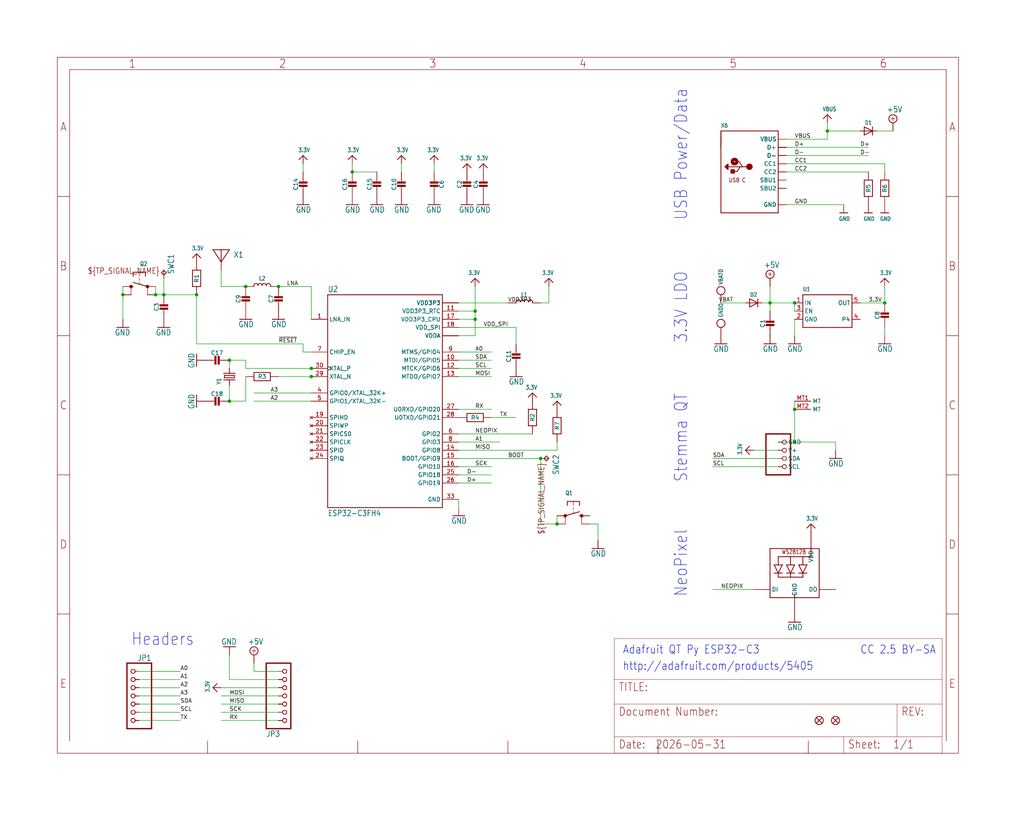
<source format=kicad_sch>
(kicad_sch (version 20231120) (generator "eeschema") (generator_version "8.0")
  (paper "User" 317.5 254.127)
  (lib_symbols
    (symbol "Adafruit QT Py ESP32-C3-eagle-import:+5V" (power)
      (symbol "+5V_1_0"
        (pin power_in line (at 0 -2.54 90) (length 2.54) (name "+5V") (number "1"))
      )
    )
    (symbol "Adafruit QT Py ESP32-C3-eagle-import:3.3V" (power)
      (symbol "3.3V_1_0"
        (pin power_in line (at 0 -2.54 90) (length 2.54) (name "3.3V") (number "1"))
      )
    )
    (symbol "Adafruit QT Py ESP32-C3-eagle-import:ANTENNA_JOHANSON_2450AT18B100"
      (property "Reference" "X" (at 3.81 1.27 0))
      (symbol "ANTENNA_JOHANSON_2450AT18B100_1_0"
        (pin passive line (at 0 -2.54 90) (length 2.54) (name "P$1") (number "FP"))
      )
    )
    (symbol "Adafruit QT Py ESP32-C3-eagle-import:CAP_CERAMIC0805-NOOUTLINE"
      (property "Reference" "C" (at -2.29 1.25 90))
      (symbol "CAP_CERAMIC0805-NOOUTLINE_1_0"
        (pin passive line (at 0 5.08 270) (length 2.54) (name "1") (number "1"))
        (pin passive line (at 0 -2.54 90) (length 2.54) (name "2") (number "2"))
      )
    )
    (symbol "Adafruit QT Py ESP32-C3-eagle-import:CAP_CERAMIC_0402NO"
      (property "Reference" "C" (at -2.29 1.25 90))
      (symbol "CAP_CERAMIC_0402NO_1_0"
        (pin passive line (at 0 5.08 270) (length 2.54) (name "1") (number "1"))
        (pin passive line (at 0 -2.54 90) (length 2.54) (name "2") (number "2"))
      )
    )
    (symbol "Adafruit QT Py ESP32-C3-eagle-import:CRYSTAL_2X1.6MM"
      (property "Reference" "Y" (at -2.54 2.54 0))
      (symbol "CRYSTAL_2X1.6MM_1_0"
        (pin passive line (at -2.54 0 0) (length 0) (name "1") (number "1"))
        (pin passive line (at 2.54 0 180) (length 0) (name "2") (number "3"))
      )
    )
    (symbol "Adafruit QT Py ESP32-C3-eagle-import:DIODE_SOD323MINI"
      (property "Reference" "D" (at 0 2.54 0))
      (symbol "DIODE_SOD323MINI_1_0"
        (pin passive line (at -2.54 0 0) (length 2.54) (name "A") (number "A"))
        (pin passive line (at 2.54 0 180) (length 2.54) (name "C") (number "C"))
      )
    )
    (symbol "Adafruit QT Py ESP32-C3-eagle-import:ESP32-C3FH4"
      (property "Reference" "U" (at -17.78 33.782 0))
      (symbol "ESP32-C3FH4_1_0"
        (pin bidirectional line (at -22.86 25.4 0) (length 5.08) (name "LNA_IN") (number "1"))
        (pin bidirectional line (at 22.86 12.7 180) (length 5.08) (name "MTDI/GPIO5") (number "10"))
        (pin power_in line (at 22.86 27.94 180) (length 5.08) (name "VDD3P3_RTC") (number "11"))
        (pin bidirectional line (at 22.86 10.16 180) (length 5.08) (name "MTCK/GPIO6") (number "12"))
        (pin bidirectional line (at 22.86 7.62 180) (length 5.08) (name "MTDO/GPIO7") (number "13"))
        (pin bidirectional line (at 22.86 -15.24 180) (length 5.08) (name "GPIO8") (number "14"))
        (pin bidirectional line (at 22.86 -17.78 180) (length 5.08) (name "BOOT/GPIO9") (number "15"))
        (pin bidirectional line (at 22.86 -20.32 180) (length 5.08) (name "GPIO10") (number "16"))
        (pin power_in line (at 22.86 25.4 180) (length 5.08) (name "VDD3P3_CPU") (number "17"))
        (pin power_in line (at 22.86 22.86 180) (length 5.08) (name "VDD_SPI") (number "18"))
        (pin no_connect line (at -22.86 -5.08 0) (length 5.08) (name "SPIHD") (number "19"))
        (pin power_in line (at 22.86 30.48 180) (length 5.08) (name "VDD3P3") (number "2"))
        (pin no_connect line (at -22.86 -7.62 0) (length 5.08) (name "SPIWP") (number "20"))
        (pin no_connect line (at -22.86 -10.16 0) (length 5.08) (name "SPICS0") (number "21"))
        (pin no_connect line (at -22.86 -12.7 0) (length 5.08) (name "SPICLK") (number "22"))
        (pin no_connect line (at -22.86 -15.24 0) (length 5.08) (name "SPID") (number "23"))
        (pin no_connect line (at -22.86 -17.78 0) (length 5.08) (name "SPIQ") (number "24"))
        (pin bidirectional line (at 22.86 -22.86 180) (length 5.08) (name "GPIO18") (number "25"))
        (pin bidirectional line (at 22.86 -25.4 180) (length 5.08) (name "GPIO19") (number "26"))
        (pin bidirectional line (at 22.86 -2.54 180) (length 5.08) (name "U0RXD/GPIO20") (number "27"))
        (pin bidirectional line (at 22.86 -5.08 180) (length 5.08) (name "U0TXD/GPIO21") (number "28"))
        (pin output line (at -22.86 7.62 0) (length 5.08) (name "XTAL_N") (number "29"))
        (pin power_in line (at 22.86 30.48 180) (length 5.08) (name "VDD3P3") (number "3"))
        (pin input clock (at -22.86 10.16 0) (length 5.08) (name "XTAL_P") (number "30"))
        (pin power_in line (at 22.86 20.32 180) (length 5.08) (name "VDDA") (number "31"))
        (pin power_in line (at 22.86 20.32 180) (length 5.08) (name "VDDA") (number "32"))
        (pin power_in line (at 22.86 -30.48 180) (length 5.08) (name "GND") (number "33"))
        (pin bidirectional line (at -22.86 2.54 0) (length 5.08) (name "GPIO0/XTAL_32K+") (number "4"))
        (pin bidirectional line (at -22.86 0 0) (length 5.08) (name "GPIO1/XTAL_32K-") (number "5"))
        (pin bidirectional line (at 22.86 -10.16 180) (length 5.08) (name "GPIO2") (number "6"))
        (pin input line (at -22.86 15.24 0) (length 5.08) (name "CHIP_EN") (number "7"))
        (pin bidirectional line (at 22.86 -12.7 180) (length 5.08) (name "GPIO3") (number "8"))
        (pin bidirectional line (at 22.86 15.24 180) (length 5.08) (name "MTMS/GPIO4") (number "9"))
      )
    )
    (symbol "Adafruit QT Py ESP32-C3-eagle-import:FIDUCIAL_1MM")
    (symbol "Adafruit QT Py ESP32-C3-eagle-import:FRAME_A_L"
      (symbol "FRAME_A_L_1_0"
        (text "1" (at 23.2833 213.995 0) (effects (font (size 2.54 2.286))))
        (text "2" (at 69.85 213.995 0) (effects (font (size 2.54 2.286))))
        (text "3" (at 116.4167 213.995 0) (effects (font (size 2.54 2.286))))
        (text "4" (at 162.9833 213.995 0) (effects (font (size 2.54 2.286))))
        (text "5" (at 209.55 213.995 0) (effects (font (size 2.54 2.286))))
        (text "6" (at 256.1167 213.995 0) (effects (font (size 2.54 2.286))))
        (text "A" (at 1.905 194.31 0) (effects (font (size 2.54 2.286))))
        (text "A" (at 277.495 194.31 0) (effects (font (size 2.54 2.286))))
        (text "B" (at 1.905 151.13 0) (effects (font (size 2.54 2.286))))
        (text "B" (at 277.495 151.13 0) (effects (font (size 2.54 2.286))))
        (text "C" (at 1.905 107.95 0) (effects (font (size 2.54 2.286))))
        (text "C" (at 277.495 107.95 0) (effects (font (size 2.54 2.286))))
        (text "D" (at 1.905 64.77 0) (effects (font (size 2.54 2.286))))
        (text "D" (at 277.495 64.77 0) (effects (font (size 2.54 2.286))))
        (text "E" (at 1.905 21.59 0) (effects (font (size 2.54 2.286))))
        (text "E" (at 277.495 21.59 0) (effects (font (size 2.54 2.286))))
      )
      (symbol "FRAME_A_L_2_0"
        (text "${#}/${##}" (at 86.36 1.27 0) (effects (font (size 2.54 2.159)) (justify left bottom)))
        (text "${CURRENT_DATE}" (at 12.7 1.27 0) (effects (font (size 2.54 2.159)) (justify left bottom)))
        (text "${PROJECTNAME}" (at 17.78 19.05 0) (effects (font (size 2.54 2.159)) (justify left bottom)))
        (text "Date:" (at 1.27 1.27 0) (effects (font (size 2.54 2.159)) (justify left bottom)))
        (text "Document Number:" (at 1.27 11.43 0) (effects (font (size 2.54 2.159)) (justify left bottom)))
        (text "REV:" (at 88.9 11.43 0) (effects (font (size 2.54 2.159)) (justify left bottom)))
        (text "Sheet:" (at 72.39 1.27 0) (effects (font (size 2.54 2.159)) (justify left bottom)))
        (text "TITLE:" (at 1.27 19.05 0) (effects (font (size 2.54 2.159)) (justify left bottom)))
      )
    )
    (symbol "Adafruit QT Py ESP32-C3-eagle-import:GND" (power)
      (symbol "GND_1_0"
        (pin power_in line (at 0 2.54 270) (length 2.54) (name "GND") (number "1"))
      )
    )
    (symbol "Adafruit QT Py ESP32-C3-eagle-import:HEADER-1X7_CASTEL"
      (property "Reference" "JP" (at -6.35 10.795 0))
      (symbol "HEADER-1X7_CASTEL_1_0"
        (pin passive inverted (at -2.54 7.62 0) (length 2.54) (name "1") (number "1"))
        (pin passive inverted (at -2.54 7.62 0) (length 2.54) (name "1") (number "1C"))
        (pin passive inverted (at -2.54 5.08 0) (length 2.54) (name "2") (number "2"))
        (pin passive inverted (at -2.54 5.08 0) (length 2.54) (name "2") (number "2C"))
        (pin passive inverted (at -2.54 2.54 0) (length 2.54) (name "3") (number "3"))
        (pin passive inverted (at -2.54 2.54 0) (length 2.54) (name "3") (number "3C"))
        (pin passive inverted (at -2.54 0 0) (length 2.54) (name "4") (number "4"))
        (pin passive inverted (at -2.54 0 0) (length 2.54) (name "4") (number "4C"))
        (pin passive inverted (at -2.54 -2.54 0) (length 2.54) (name "5") (number "5"))
        (pin passive inverted (at -2.54 -2.54 0) (length 2.54) (name "5") (number "5C"))
        (pin passive inverted (at -2.54 -5.08 0) (length 2.54) (name "6") (number "6"))
        (pin passive inverted (at -2.54 -5.08 0) (length 2.54) (name "6") (number "6C"))
        (pin passive inverted (at -2.54 -7.62 0) (length 2.54) (name "7") (number "7"))
        (pin passive inverted (at -2.54 -7.62 0) (length 2.54) (name "7") (number "7C"))
      )
    )
    (symbol "Adafruit QT Py ESP32-C3-eagle-import:INDUCTOR_0402"
      (property "Reference" "L" (at 0 2.54 0))
      (symbol "INDUCTOR_0402_1_0"
        (pin passive line (at -5.08 0 0) (length 2.54) (name "1") (number "1"))
        (pin passive line (at 5.08 0 180) (length 2.54) (name "2") (number "2"))
      )
    )
    (symbol "Adafruit QT Py ESP32-C3-eagle-import:RESISTOR_0402NO"
      (property "Reference" "R" (at 0 2.54 0))
      (symbol "RESISTOR_0402NO_1_0"
        (pin passive line (at -5.08 0 0) (length 2.54) (name "1") (number "1"))
        (pin passive line (at 5.08 0 180) (length 2.54) (name "2") (number "2"))
      )
    )
    (symbol "Adafruit QT Py ESP32-C3-eagle-import:RESISTOR_TWO6MIL"
      (property "Reference" "R" (at 0 2.54 0))
      (symbol "RESISTOR_TWO6MIL_1_0"
        (pin passive line (at -5.08 0 0) (length 2.54) (name "1") (number "1"))
        (pin passive line (at 5.08 0 180) (length 2.54) (name "2") (number "2"))
      )
    )
    (symbol "Adafruit QT Py ESP32-C3-eagle-import:STEMMA_I2C_QTSKINNY"
      (symbol "STEMMA_I2C_QTSKINNY_1_0"
        (pin passive inverted (at 0 5.08 0) (length 2.54) (name "GND") (number "1"))
        (pin passive inverted (at 0 2.54 0) (length 2.54) (name "V+") (number "2"))
        (pin passive inverted (at 0 0 0) (length 2.54) (name "SDA") (number "3"))
        (pin passive inverted (at 0 -2.54 0) (length 2.54) (name "SCL") (number "4"))
      )
      (symbol "STEMMA_I2C_QTSKINNY_2_0"
        (pin bidirectional line (at 0 0 0) (length 5.08) (name "MT") (number "MT1"))
      )
      (symbol "STEMMA_I2C_QTSKINNY_3_0"
        (pin bidirectional line (at 0 0 0) (length 5.08) (name "MT") (number "MT2"))
      )
    )
    (symbol "Adafruit QT Py ESP32-C3-eagle-import:SWITCH_TACT_SMT4.6X2.8"
      (property "Reference" "SW" (at -2.54 6.35 0))
      (symbol "SWITCH_TACT_SMT4.6X2.8_1_0"
        (pin passive line (at -5.08 0 0) (length 2.54) (name "P") (number "A"))
        (pin passive line (at -5.08 -2.54 0) (length 2.54) (name "P1") (number "A'"))
        (pin passive line (at 5.08 0 180) (length 2.54) (name "S") (number "B"))
        (pin passive line (at 5.08 -2.54 180) (length 2.54) (name "S1") (number "B'"))
      )
    )
    (symbol "Adafruit QT Py ESP32-C3-eagle-import:SWITCH_TACT_SMT_KMR2SLIM"
      (property "Reference" "SW" (at -2.54 6.35 0))
      (symbol "SWITCH_TACT_SMT_KMR2SLIM_1_0"
        (pin passive line (at -5.08 0 0) (length 2.54) (name "P") (number "A"))
        (pin passive line (at -5.08 -2.54 0) (length 2.54) (name "P1") (number "A'"))
        (pin passive line (at 5.08 0 180) (length 2.54) (name "S") (number "B"))
        (pin passive line (at 5.08 -2.54 180) (length 2.54) (name "S1") (number "B'"))
      )
    )
    (symbol "Adafruit QT Py ESP32-C3-eagle-import:TESTPOINT_MINUS"
      (property "Reference" "TP" (at 0 5.588 90))
      (symbol "TESTPOINT_MINUS_1_0"
        (pin bidirectional line (at 0 0 90) (length 2.54) (name "P$1") (number "P$1"))
      )
    )
    (symbol "Adafruit QT Py ESP32-C3-eagle-import:TESTPOINT_PLUS13"
      (property "Reference" "TP" (at 0 5.588 90))
      (symbol "TESTPOINT_PLUS13_1_0"
        (pin bidirectional line (at 0 0 90) (length 2.54) (name "P$1") (number "P$1"))
      )
    )
    (symbol "Adafruit QT Py ESP32-C3-eagle-import:TPB1,27"
      (property "Reference" "TP" (at -1.27 1.27 0))
      (symbol "TPB1,27_1_0"
        (text "${TP_SIGNAL_NAME}" (at 1.27 -1.27 0) (effects (font (size 1.778 1.5113)) (justify left bottom)))
        (pin input line (at 0 -2.54 90) (length 2.54) (name "TP") (number "TP"))
      )
    )
    (symbol "Adafruit QT Py ESP32-C3-eagle-import:USB_C"
      (property "Reference" "X" (at -10.16 13.716 0))
      (symbol "USB_C_1_0"
        (text "USB C" (at -5.08 -2.54 0) (effects (font (size 1.27 1.0795))))
        (pin power_in line (at 10.16 -10.16 180) (length 2.54) (name "GND") (number "A1B12"))
        (pin power_in line (at 10.16 10.16 180) (length 2.54) (name "VBUS") (number "A4B9"))
        (pin bidirectional line (at 10.16 2.54 180) (length 2.54) (name "CC1") (number "A5"))
        (pin bidirectional line (at 10.16 7.62 180) (length 2.54) (name "D+") (number "A6"))
        (pin bidirectional line (at 10.16 5.08 180) (length 2.54) (name "D-") (number "A7"))
        (pin bidirectional line (at 10.16 -2.54 180) (length 2.54) (name "SBU1") (number "A8"))
        (pin power_in line (at 10.16 -10.16 180) (length 2.54) (name "GND") (number "B1A12"))
        (pin power_in line (at 10.16 10.16 180) (length 2.54) (name "VBUS") (number "B4A9"))
        (pin bidirectional line (at 10.16 0 180) (length 2.54) (name "CC2") (number "B5"))
        (pin bidirectional line (at 10.16 7.62 180) (length 2.54) (name "D+") (number "B6"))
        (pin bidirectional line (at 10.16 5.08 180) (length 2.54) (name "D-") (number "B7"))
        (pin bidirectional line (at 10.16 -5.08 180) (length 2.54) (name "SBU2") (number "B8"))
      )
    )
    (symbol "Adafruit QT Py ESP32-C3-eagle-import:VBUS" (power)
      (symbol "VBUS_1_0"
        (pin power_in line (at 0 -2.54 90) (length 2.54) (name "VBUS") (number "1"))
      )
    )
    (symbol "Adafruit QT Py ESP32-C3-eagle-import:VREG_SOT23-5"
      (property "Reference" "U" (at -7.62 6.096 0))
      (symbol "VREG_SOT23-5_1_0"
        (pin power_in line (at -10.16 2.54 0) (length 2.54) (name "IN") (number "1"))
        (pin power_in line (at -10.16 -2.54 0) (length 2.54) (name "GND") (number "2"))
        (pin input line (at -10.16 0 0) (length 2.54) (name "EN") (number "3"))
        (pin bidirectional line (at 10.16 -2.54 180) (length 2.54) (name "P4") (number "4"))
        (pin power_in line (at 10.16 2.54 180) (length 2.54) (name "OUT") (number "5"))
      )
    )
    (symbol "Adafruit QT Py ESP32-C3-eagle-import:WS2812B_SK6805_1515"
      (symbol "WS2812B_SK6805_1515_1_0"
        (text "WS2812B" (at -4.064 8.382 0) (effects (font (size 1.27 1.0795)) (justify left bottom)))
        (pin input line (at -12.7 -2.54 0) (length 5.08) (name "DI") (number "1"))
        (pin power_in line (at 5.08 15.24 270) (length 5.08) (name "VDD") (number "2"))
        (pin output line (at 12.7 -2.54 180) (length 5.08) (name "DO") (number "3"))
        (pin power_in line (at 0 -10.16 90) (length 5.08) (name "GND") (number "4"))
      )
    )
    (symbol "Adafruit QT Py ESP32-C3-eagle-import:microbuilder_GND" (power)
      (symbol "microbuilder_GND_1_0"
        (pin power_in line (at 0 2.54 270) (length 2.54) (name "GND") (number "1"))
      )
    )
  )
  (junction (at 76.2 88.9))
  (junction (at 38.1 91.44))
  (junction (at 256.54 40.64))
  (junction (at 86.36 88.9))
  (junction (at 50.8 91.44))
  (junction (at 172.72 162.56))
  (junction (at 246.38 137.16))
  (junction (at 96.52 114.3))
  (junction (at 60.96 91.44))
  (junction (at 48.26 91.44))
  (junction (at 246.38 127))
  (junction (at 147.32 99.06))
  (junction (at 109.22 53.34))
  (junction (at 96.52 116.84))
  (junction (at 167.64 142.24))
  (junction (at 238.76 93.98))
  (junction (at 71.12 124.46))
  (junction (at 274.32 93.98))
  (junction (at 147.32 96.52))
  (junction (at 71.12 111.76))
  (junction (at 246.38 93.98))
  (wire (pts (xy 78.74 124.46) (xy 96.52 124.46)) (stroke (width 0.1524)))
  (wire (pts (xy 142.24 154.94) (xy 142.24 157.48)) (stroke (width 0.1524)))
  (wire (pts (xy 274.32 50.8) (xy 274.32 53.34)) (stroke (width 0.1524)))
  (wire (pts (xy 152.4 129.54) (xy 160.02 129.54)) (stroke (width 0.1524)))
  (wire (pts (xy 236.22 93.98) (xy 238.76 93.98)) (stroke (width 0.1524)))
  (wire (pts (xy 96.52 88.9) (xy 96.52 99.06)) (stroke (width 0.1524)))
  (wire (pts (xy 142.24 134.62) (xy 165.1 134.62)) (stroke (width 0.1524)))
  (wire (pts (xy 93.98 53.34) (xy 93.98 50.8)) (stroke (width 0.1524)))
  (wire (pts (xy 43.18 210.82) (xy 55.88 210.82)) (stroke (width 0.1524)))
  (wire (pts (xy 109.22 53.34) (xy 116.84 53.34)) (stroke (width 0.1524)))
  (wire (pts (xy 96.52 116.84) (xy 99.06 116.84)) (stroke (width 0.1524)))
  (wire (pts (xy 241.3 142.24) (xy 220.98 142.24)) (stroke (width 0.1524)))
  (wire (pts (xy 243.84 50.8) (xy 274.32 50.8)) (stroke (width 0.1524)))
  (wire (pts (xy 124.46 50.8) (xy 124.46 53.34)) (stroke (width 0.1524)))
  (wire (pts (xy 274.32 88.9) (xy 274.32 93.98)) (stroke (width 0.1524)))
  (wire (pts (xy 60.96 106.68) (xy 60.96 91.44)) (stroke (width 0.1524)))
  (wire (pts (xy 86.36 88.9) (xy 96.52 88.9)) (stroke (width 0.1524)))
  (wire (pts (xy 38.1 99.06) (xy 38.1 91.44)) (stroke (width 0.1524)))
  (wire (pts (xy 142.24 137.16) (xy 154.94 137.16)) (stroke (width 0.1524)))
  (wire (pts (xy 243.84 45.72) (xy 269.24 45.72)) (stroke (width 0.1524)))
  (wire (pts (xy 167.64 162.56) (xy 167.64 142.24)) (stroke (width 0.1524)))
  (wire (pts (xy 256.54 38.1) (xy 256.54 40.64)) (stroke (width 0.1524)))
  (wire (pts (xy 96.52 116.84) (xy 86.36 116.84)) (stroke (width 0.1524)))
  (wire (pts (xy 167.64 93.98) (xy 170.18 93.98)) (stroke (width 0.1524)))
  (wire (pts (xy 142.24 149.86) (xy 152.4 149.86)) (stroke (width 0.1524)))
  (wire (pts (xy 93.98 109.22) (xy 96.52 109.22)) (stroke (width 0.1524)))
  (wire (pts (xy 243.84 48.26) (xy 269.24 48.26)) (stroke (width 0.1524)))
  (wire (pts (xy 170.18 93.98) (xy 170.18 88.9)) (stroke (width 0.1524)))
  (wire (pts (xy 93.98 106.68) (xy 93.98 109.22)) (stroke (width 0.1524)))
  (wire (pts (xy 241.3 139.7) (xy 233.68 139.7)) (stroke (width 0.1524)))
  (wire (pts (xy 55.88 213.36) (xy 43.18 213.36)) (stroke (width 0.1524)))
  (wire (pts (xy 185.42 167.64) (xy 185.42 162.56)) (stroke (width 0.1524)))
  (wire (pts (xy 142.24 101.6) (xy 160.02 101.6)) (stroke (width 0.1524)))
  (wire (pts (xy 78.74 208.28) (xy 78.74 205.74)) (stroke (width 0.1524)))
  (wire (pts (xy 172.72 162.56) (xy 167.64 162.56)) (stroke (width 0.1524)))
  (wire (pts (xy 147.32 99.06) (xy 147.32 96.52)) (stroke (width 0.1524)))
  (wire (pts (xy 50.8 91.44) (xy 60.96 91.44)) (stroke (width 0.1524)))
  (wire (pts (xy 142.24 96.52) (xy 147.32 96.52)) (stroke (width 0.1524)))
  (wire (pts (xy 142.24 99.06) (xy 147.32 99.06)) (stroke (width 0.1524)))
  (wire (pts (xy 238.76 93.98) (xy 246.38 93.98)) (stroke (width 0.1524)))
  (wire (pts (xy 50.8 86.36) (xy 50.8 91.44)) (stroke (width 0.1524)))
  (wire (pts (xy 71.12 111.76) (xy 71.12 114.3)) (stroke (width 0.1524)))
  (wire (pts (xy 76.2 124.46) (xy 71.12 124.46)) (stroke (width 0.1524)))
  (wire (pts (xy 43.18 220.98) (xy 55.88 220.98)) (stroke (width 0.1524)))
  (wire (pts (xy 96.52 114.3) (xy 99.06 114.3)) (stroke (width 0.1524)))
  (wire (pts (xy 142.24 147.32) (xy 152.4 147.32)) (stroke (width 0.1524)))
  (wire (pts (xy 71.12 210.82) (xy 71.12 203.2)) (stroke (width 0.1524)))
  (wire (pts (xy 93.98 106.68) (xy 60.96 106.68)) (stroke (width 0.1524)))
  (wire (pts (xy 76.2 114.3) (xy 96.52 114.3)) (stroke (width 0.1524)))
  (wire (pts (xy 241.3 137.16) (xy 246.38 137.16)) (stroke (width 0.1524)))
  (wire (pts (xy 48.26 91.44) (xy 48.26 88.9)) (stroke (width 0.1524)))
  (wire (pts (xy 147.32 96.52) (xy 147.32 88.9)) (stroke (width 0.1524)))
  (wire (pts (xy 274.32 104.14) (xy 274.32 101.6)) (stroke (width 0.1524)))
  (wire (pts (xy 43.18 223.52) (xy 55.88 223.52)) (stroke (width 0.1524)))
  (wire (pts (xy 76.2 111.76) (xy 71.12 111.76)) (stroke (width 0.1524)))
  (wire (pts (xy 134.62 53.34) (xy 134.62 50.8)) (stroke (width 0.1524)))
  (wire (pts (xy 246.38 127) (xy 246.38 137.16)) (stroke (width 0.1524)))
  (wire (pts (xy 55.88 218.44) (xy 43.18 218.44)) (stroke (width 0.1524)))
  (wire (pts (xy 76.2 114.3) (xy 76.2 111.76)) (stroke (width 0.1524)))
  (wire (pts (xy 223.52 93.98) (xy 231.14 93.98)) (stroke (width 0.1524)))
  (wire (pts (xy 256.54 40.64) (xy 266.7 40.64)) (stroke (width 0.1524)))
  (wire (pts (xy 96.52 121.92) (xy 78.74 121.92)) (stroke (width 0.1524)))
  (wire (pts (xy 86.36 218.44) (xy 68.58 218.44)) (stroke (width 0.1524)))
  (wire (pts (xy 142.24 142.24) (xy 167.64 142.24)) (stroke (width 0.1524)))
  (wire (pts (xy 271.78 40.64) (xy 276.86 40.64)) (stroke (width 0.1524)))
  (wire (pts (xy 86.36 220.98) (xy 68.58 220.98)) (stroke (width 0.1524)))
  (wire (pts (xy 246.38 124.46) (xy 246.38 127)) (stroke (width 0.1524)))
  (wire (pts (xy 142.24 144.78) (xy 152.4 144.78)) (stroke (width 0.1524)))
  (wire (pts (xy 38.1 88.9) (xy 38.1 91.44)) (stroke (width 0.1524)))
  (wire (pts (xy 246.38 96.52) (xy 246.38 93.98)) (stroke (width 0.1524)))
  (wire (pts (xy 233.68 182.88) (xy 220.98 182.88)) (stroke (width 0.1524)))
  (wire (pts (xy 259.08 137.16) (xy 259.08 139.7)) (stroke (width 0.1524)))
  (wire (pts (xy 86.36 215.9) (xy 68.58 215.9)) (stroke (width 0.1524)))
  (wire (pts (xy 261.62 63.5) (xy 243.84 63.5)) (stroke (width 0.1524)))
  (wire (pts (xy 246.38 137.16) (xy 259.08 137.16)) (stroke (width 0.1524)))
  (wire (pts (xy 256.54 43.18) (xy 243.84 43.18)) (stroke (width 0.1524)))
  (wire (pts (xy 160.02 101.6) (xy 160.02 106.68)) (stroke (width 0.1524)))
  (wire (pts (xy 256.54 40.64) (xy 256.54 43.18)) (stroke (width 0.1524)))
  (wire (pts (xy 266.7 93.98) (xy 274.32 93.98)) (stroke (width 0.1524)))
  (wire (pts (xy 246.38 99.06) (xy 246.38 104.14)) (stroke (width 0.1524)))
  (wire (pts (xy 43.18 215.9) (xy 55.88 215.9)) (stroke (width 0.1524)))
  (wire (pts (xy 109.22 50.8) (xy 109.22 53.34)) (stroke (width 0.1524)))
  (wire (pts (xy 142.24 116.84) (xy 152.4 116.84)) (stroke (width 0.1524)))
  (wire (pts (xy 71.12 119.38) (xy 71.12 124.46)) (stroke (width 0.1524)))
  (wire (pts (xy 238.76 96.52) (xy 238.76 93.98)) (stroke (width 0.1524)))
  (wire (pts (xy 68.58 88.9) (xy 68.58 83.82)) (stroke (width 0.1524)))
  (wire (pts (xy 147.32 104.14) (xy 147.32 99.06)) (stroke (width 0.1524)))
  (wire (pts (xy 55.88 208.28) (xy 43.18 208.28)) (stroke (width 0.1524)))
  (wire (pts (xy 238.76 88.9) (xy 238.76 93.98)) (stroke (width 0.1524)))
  (wire (pts (xy 182.88 162.56) (xy 185.42 162.56)) (stroke (width 0.1524)))
  (wire (pts (xy 76.2 88.9) (xy 68.58 88.9)) (stroke (width 0.1524)))
  (wire (pts (xy 86.36 208.28) (xy 78.74 208.28)) (stroke (width 0.1524)))
  (wire (pts (xy 76.2 116.84) (xy 76.2 124.46)) (stroke (width 0.1524)))
  (wire (pts (xy 48.26 91.44) (xy 50.8 91.44)) (stroke (width 0.1524)))
  (wire (pts (xy 142.24 127) (xy 152.4 127)) (stroke (width 0.1524)))
  (wire (pts (xy 86.36 210.82) (xy 71.12 210.82)) (stroke (width 0.1524)))
  (wire (pts (xy 241.3 144.78) (xy 220.98 144.78)) (stroke (width 0.1524)))
  (wire (pts (xy 157.48 93.98) (xy 142.24 93.98)) (stroke (width 0.1524)))
  (wire (pts (xy 142.24 111.76) (xy 152.4 111.76)) (stroke (width 0.1524)))
  (wire (pts (xy 142.24 109.22) (xy 152.4 109.22)) (stroke (width 0.1524)))
  (wire (pts (xy 142.24 139.7) (xy 172.72 139.7)) (stroke (width 0.1524)))
  (wire (pts (xy 172.72 160.02) (xy 172.72 162.56)) (stroke (width 0.1524)))
  (wire (pts (xy 86.36 213.36) (xy 68.58 213.36)) (stroke (width 0.1524)))
  (wire (pts (xy 142.24 104.14) (xy 147.32 104.14)) (stroke (width 0.1524)))
  (wire (pts (xy 86.36 223.52) (xy 68.58 223.52)) (stroke (width 0.1524)))
  (wire (pts (xy 243.84 53.34) (xy 269.24 53.34)) (stroke (width 0.1524)))
  (wire (pts (xy 172.72 139.7) (xy 172.72 137.16)) (stroke (width 0.1524)))
  (wire (pts (xy 142.24 114.3) (xy 152.4 114.3)) (stroke (width 0.1524)))
  (text "USB Power/Data" (at 213.36 68.58 90) (effects (font (size 3.81 3.2385)) (justify left bottom)))
  (text "http://adafruit.com/products/5405" (at 193.04 208.28 0) (effects (font (size 2.54 2.159)) (justify left bottom)))
  (text "NeoPixel" (at 213.36 185.42 90) (effects (font (size 3.81 3.2385)) (justify left bottom)))
  (text "Headers" (at 40.64 200.66 0) (effects (font (size 3.81 3.2385)) (justify left bottom)))
  (text "Stemma QT" (at 213.36 149.86 90) (effects (font (size 3.81 3.2385)) (justify left bottom)))
  (text "3.3V LDO" (at 213.36 106.68 90) (effects (font (size 3.81 3.2385)) (justify left bottom)))
  (text "Adafruit QT Py ESP32-C3" (at 193.04 203.2 0) (effects (font (size 2.54 2.159)) (justify left bottom)))
  (text "CC 2.5 BY-SA" (at 266.7 203.2 0) (effects (font (size 2.54 2.159)) (justify left bottom)))
  (label "VBUS" (at 246.38 43.18 0) (effects (font (size 1.2446 1.2446))))
  (label "SCK" (at 71.12 220.98 0) (effects (font (size 1.2446 1.2446))))
  (label "A0" (at 55.88 208.28 0) (effects (font (size 1.2446 1.2446))))
  (label "SCK" (at 147.32 144.78 0) (effects (font (size 1.2446 1.2446))))
  (label "MOSI" (at 71.12 215.9 0) (effects (font (size 1.2446 1.2446))))
  (label "MISO" (at 147.32 139.7 0) (effects (font (size 1.2446 1.2446))))
  (label "VDD_SPI" (at 149.86 101.6 0) (effects (font (size 1.2446 1.2446))))
  (label "A2" (at 83.82 124.46 0) (effects (font (size 1.2446 1.2446))))
  (label "LNA" (at 88.9 88.9 0) (effects (font (size 1.2446 1.2446))))
  (label "RX" (at 147.32 127 0) (effects (font (size 1.2446 1.2446))))
  (label "A2" (at 55.88 213.36 0) (effects (font (size 1.2446 1.2446))))
  (label "CC2" (at 246.38 53.34 0) (effects (font (size 1.2446 1.2446))))
  (label "A3" (at 83.82 121.92 0) (effects (font (size 1.2446 1.2446))))
  (label "RX" (at 71.12 223.52 0) (effects (font (size 1.2446 1.2446))))
  (label "SCL" (at 220.98 144.78 0) (effects (font (size 1.2446 1.2446))))
  (label "A3" (at 55.88 215.9 0) (effects (font (size 1.2446 1.2446))))
  (label "VDD3P3" (at 157.48 93.98 0) (effects (font (size 1.2446 1.2446))))
  (label "SCL" (at 147.32 114.3 0) (effects (font (size 1.2446 1.2446))))
  (label "TX" (at 55.88 223.52 0) (effects (font (size 1.2446 1.2446))))
  (label "3.3V" (at 269.24 93.98 0) (effects (font (size 1.2446 1.2446))))
  (label "D+" (at 246.38 45.72 0) (effects (font (size 1.2446 1.2446))))
  (label "A1" (at 55.88 210.82 0) (effects (font (size 1.2446 1.2446))))
  (label "D-" (at 266.7 48.26 0) (effects (font (size 1.2446 1.2446))))
  (label "MISO" (at 71.12 218.44 0) (effects (font (size 1.2446 1.2446))))
  (label "GND" (at 246.38 63.5 0) (effects (font (size 1.2446 1.2446))))
  (label "TX" (at 154.94 129.54 0) (effects (font (size 1.2446 1.2446))))
  (label "VBAT" (at 227.33 93.98 180) (effects (font (size 1.2446 1.2446))))
  (label "D+" (at 144.78 149.86 0) (effects (font (size 1.2446 1.2446))))
  (label "D+" (at 266.7 45.72 0) (effects (font (size 1.2446 1.2446))))
  (label "D-" (at 144.78 147.32 0) (effects (font (size 1.2446 1.2446))))
  (label "MOSI" (at 147.32 116.84 0) (effects (font (size 1.2446 1.2446))))
  (label "CC1" (at 246.38 50.8 0) (effects (font (size 1.2446 1.2446))))
  (label "SDA" (at 147.32 111.76 0) (effects (font (size 1.2446 1.2446))))
  (label "D-" (at 246.38 48.26 0) (effects (font (size 1.2446 1.2446))))
  (label "~{RESET}" (at 86.36 106.68 0) (effects (font (size 1.2446 1.2446))))
  (label "SDA" (at 55.88 218.44 0) (effects (font (size 1.2446 1.2446))))
  (label "NEOPIX" (at 147.32 134.62 0) (effects (font (size 1.2446 1.2446))))
  (label "BOOT" (at 157.48 142.24 0) (effects (font (size 1.2446 1.2446))))
  (label "A0" (at 147.32 109.22 0) (effects (font (size 1.2446 1.2446))))
  (label "SCL" (at 55.88 220.98 0) (effects (font (size 1.2446 1.2446))))
  (label "NEOPIX" (at 223.52 182.88 0) (effects (font (size 1.2446 1.2446))))
  (label "A1" (at 147.32 137.16 0) (effects (font (size 1.2446 1.2446))))
  (label "SDA" (at 220.98 142.24 0) (effects (font (size 1.2446 1.2446))))
  (symbol (lib_id "Adafruit QT Py ESP32-C3-eagle-import:GND") (at 93.98 63.5 0) (mirror y) (unit 1)
    (property "Reference" "#GND22" (effects (hide yes)))
    (property "Value" "GND" (at 96.52 66.04 0) (effects (font (size 1.778 1.5113)) (justify left bottom)))
  )
  (symbol (lib_id "Adafruit QT Py ESP32-C3-eagle-import:GND") (at 60.96 124.46 270) (mirror x) (unit 1)
    (property "Reference" "#GND25" (effects (hide yes)))
    (property "Value" "GND" (at 58.42 127 0) (effects (font (size 1.778 1.5113)) (justify left bottom)))
  )
  (symbol (lib_id "Adafruit QT Py ESP32-C3-eagle-import:3.3V") (at 251.46 162.56 0) (unit 1)
    (property "Reference" "#U$13" (effects (hide yes)))
    (property "Value" "3.3V" (at 249.936 161.544 0) (effects (font (size 1.27 1.0795)) (justify left bottom)))
  )
  (symbol (lib_id "Adafruit QT Py ESP32-C3-eagle-import:CAP_CERAMIC0805-NOOUTLINE") (at 274.32 99.06 0) (unit 1)
    (property "Reference" "C8" (at 272.03 97.81 90))
    (property "Value" "CAP_CERAMIC0805-NOOUTLINE" (effects (hide yes)))
    (property "Footprint" "Adafruit QT Py ESP32-C3:0805-NO" (effects (hide yes)))
  )
  (symbol (lib_id "Adafruit QT Py ESP32-C3-eagle-import:FRAME_A_L") (at 17.78 233.68 0) (unit 1)
    (property "Reference" "#FRAME1" (effects (hide yes)))
    (property "Value" "FRAME_A_L" (effects (hide yes)))
  )
  (symbol (lib_id "Adafruit QT Py ESP32-C3-eagle-import:GND") (at 60.96 111.76 270) (mirror x) (unit 1)
    (property "Reference" "#GND26" (effects (hide yes)))
    (property "Value" "GND" (at 58.42 114.3 0) (effects (font (size 1.778 1.5113)) (justify left bottom)))
  )
  (symbol (lib_id "Adafruit QT Py ESP32-C3-eagle-import:VREG_SOT23-5") (at 256.54 96.52 0) (unit 1)
    (property "Reference" "U1" (at 248.92 90.424 0) (effects (font (size 1.27 1.0795)) (justify left bottom)))
    (property "Value" "VREG_SOT23-5" (effects (hide yes)))
    (property "Footprint" "Adafruit QT Py ESP32-C3:SOT23-5" (effects (hide yes)))
  )
  (symbol (lib_id "Adafruit QT Py ESP32-C3-eagle-import:3.3V") (at 172.72 124.46 0) (mirror y) (unit 1)
    (property "Reference" "#U$22" (effects (hide yes)))
    (property "Value" "3.3V" (at 174.244 123.444 0) (effects (font (size 1.27 1.0795)) (justify left bottom)))
  )
  (symbol (lib_id "Adafruit QT Py ESP32-C3-eagle-import:3.3V") (at 66.04 213.36 90) (unit 1)
    (property "Reference" "#U$10" (effects (hide yes)))
    (property "Value" "3.3V" (at 65.024 214.884 0) (effects (font (size 1.27 1.0795)) (justify left bottom)))
  )
  (symbol (lib_id "Adafruit QT Py ESP32-C3-eagle-import:RESISTOR_0402NO") (at 274.32 58.42 90) (unit 1)
    (property "Reference" "R6" (at 274.32 58.42 0))
    (property "Value" "RESISTOR_0402NO" (effects (hide yes)))
    (property "Footprint" "Adafruit QT Py ESP32-C3:_0402NO" (effects (hide yes)))
  )
  (symbol (lib_id "Adafruit QT Py ESP32-C3-eagle-import:GND") (at 116.84 63.5 0) (mirror y) (unit 1)
    (property "Reference" "#GND24" (effects (hide yes)))
    (property "Value" "GND" (at 119.38 66.04 0) (effects (font (size 1.778 1.5113)) (justify left bottom)))
  )
  (symbol (lib_id "Adafruit QT Py ESP32-C3-eagle-import:CAP_CERAMIC_0402NO") (at 66.04 111.76 270) (unit 1)
    (property "Reference" "C17" (at 67.29 109.47 90))
    (property "Value" "CAP_CERAMIC_0402NO" (effects (hide yes)))
    (property "Footprint" "Adafruit QT Py ESP32-C3:_0402NO" (effects (hide yes)))
  )
  (symbol (lib_id "Adafruit QT Py ESP32-C3-eagle-import:INDUCTOR_0402") (at 162.56 93.98 0) (mirror y) (unit 1)
    (property "Reference" "L1" (at 162.56 91.44 0) (effects (font (size 1.27 1.0795))))
    (property "Value" "INDUCTOR_0402" (effects (hide yes)))
    (property "Footprint" "Adafruit QT Py ESP32-C3:_0402" (effects (hide yes)))
  )
  (symbol (lib_id "Adafruit QT Py ESP32-C3-eagle-import:SWITCH_TACT_SMT4.6X2.8") (at 177.8 160.02 0) (unit 1)
    (property "Reference" "Q1" (at 175.26 153.67 0) (effects (font (size 1.27 1.0795)) (justify left bottom)))
    (property "Value" "SWITCH_TACT_SMT4.6X2.8" (effects (hide yes)))
    (property "Footprint" "Adafruit QT Py ESP32-C3:BTN_KMR2_4.6X2.8" (effects (hide yes)))
  )
  (symbol (lib_id "Adafruit QT Py ESP32-C3-eagle-import:GND") (at 149.86 63.5 0) (unit 1)
    (property "Reference" "#GND11" (effects (hide yes)))
    (property "Value" "GND" (at 147.32 66.04 0) (effects (font (size 1.778 1.5113)) (justify left bottom)))
  )
  (symbol (lib_id "Adafruit QT Py ESP32-C3-eagle-import:CAP_CERAMIC_0402NO") (at 86.36 93.98 0) (unit 1)
    (property "Reference" "C7" (at 84.07 92.73 90))
    (property "Value" "CAP_CERAMIC_0402NO" (effects (hide yes)))
    (property "Footprint" "Adafruit QT Py ESP32-C3:_0402NO" (effects (hide yes)))
  )
  (symbol (lib_id "Adafruit QT Py ESP32-C3-eagle-import:RESISTOR_0402NO") (at 60.96 86.36 270) (unit 1)
    (property "Reference" "R1" (at 60.96 86.36 0))
    (property "Value" "RESISTOR_0402NO" (effects (hide yes)))
    (property "Footprint" "Adafruit QT Py ESP32-C3:_0402NO" (effects (hide yes)))
  )
  (symbol (lib_id "Adafruit QT Py ESP32-C3-eagle-import:STEMMA_I2C_QTSKINNY") (at 241.3 142.24 0) (unit 1)
    (property "Reference" "CONN1" (effects (hide yes)))
    (property "Value" "STEMMA_I2C_QTSKINNY" (effects (hide yes)))
    (property "Footprint" "Adafruit QT Py ESP32-C3:JST_SH4_SKINNY" (effects (hide yes)))
  )
  (symbol (lib_id "Adafruit QT Py ESP32-C3-eagle-import:TESTPOINT_MINUS") (at 223.52 104.14 0) (unit 1)
    (property "Reference" "GND0" (at 223.52 98.552 90) (effects (font (size 1.27 1.0795)) (justify left)))
    (property "Value" "TESTPOINT_MINUS" (effects (hide yes)))
    (property "Footprint" "Adafruit QT Py ESP32-C3:TESTPOINT_MINUS_1X3MM" (effects (hide yes)))
  )
  (symbol (lib_id "Adafruit QT Py ESP32-C3-eagle-import:+5V") (at 78.74 203.2 0) (unit 1)
    (property "Reference" "#SUPPLY3" (effects (hide yes)))
    (property "Value" "+5V" (at 76.835 200.025 0) (effects (font (size 1.778 1.5113)) (justify left bottom)))
  )
  (symbol (lib_id "Adafruit QT Py ESP32-C3-eagle-import:DIODE_SOD323MINI") (at 269.24 40.64 0) (unit 1)
    (property "Reference" "D1" (at 269.24 38.1 0) (effects (font (size 1.27 1.0795))))
    (property "Value" "DIODE_SOD323MINI" (effects (hide yes)))
    (property "Footprint" "Adafruit QT Py ESP32-C3:SOD-323_MINI" (effects (hide yes)))
  )
  (symbol (lib_id "Adafruit QT Py ESP32-C3-eagle-import:GND") (at 134.62 63.5 0) (unit 1)
    (property "Reference" "#GND10" (effects (hide yes)))
    (property "Value" "GND" (at 132.08 66.04 0) (effects (font (size 1.778 1.5113)) (justify left bottom)))
  )
  (symbol (lib_id "Adafruit QT Py ESP32-C3-eagle-import:GND") (at 160.02 116.84 0) (mirror y) (unit 1)
    (property "Reference" "#GND19" (effects (hide yes)))
    (property "Value" "GND" (at 162.56 119.38 0) (effects (font (size 1.778 1.5113)) (justify left bottom)))
  )
  (symbol (lib_id "Adafruit QT Py ESP32-C3-eagle-import:RESISTOR_0402NO") (at 81.28 116.84 0) (unit 1)
    (property "Reference" "R3" (at 81.28 116.84 0))
    (property "Value" "RESISTOR_0402NO" (effects (hide yes)))
    (property "Footprint" "Adafruit QT Py ESP32-C3:_0402NO" (effects (hide yes)))
  )
  (symbol (lib_id "Adafruit QT Py ESP32-C3-eagle-import:CAP_CERAMIC0805-NOOUTLINE") (at 134.62 58.42 0) (mirror y) (unit 1)
    (property "Reference" "C6" (at 136.91 57.17 90))
    (property "Value" "CAP_CERAMIC0805-NOOUTLINE" (effects (hide yes)))
    (property "Footprint" "Adafruit QT Py ESP32-C3:0805-NO" (effects (hide yes)))
  )
  (symbol (lib_id "Adafruit QT Py ESP32-C3-eagle-import:GND") (at 238.76 106.68 0) (mirror y) (unit 1)
    (property "Reference" "#GND3" (effects (hide yes)))
    (property "Value" "GND" (at 241.3 109.22 0) (effects (font (size 1.778 1.5113)) (justify left bottom)))
  )
  (symbol (lib_id "Adafruit QT Py ESP32-C3-eagle-import:3.3V") (at 149.86 50.8 0) (mirror y) (unit 1)
    (property "Reference" "#U$21" (effects (hide yes)))
    (property "Value" "3.3V" (at 151.384 49.784 0) (effects (font (size 1.27 1.0795)) (justify left bottom)))
  )
  (symbol (lib_id "Adafruit QT Py ESP32-C3-eagle-import:microbuilder_GND") (at 269.24 66.04 0) (unit 1)
    (property "Reference" "#U$9" (effects (hide yes)))
    (property "Value" "GND" (at 267.716 68.58 0) (effects (font (size 1.27 1.0795)) (justify left bottom)))
  )
  (symbol (lib_id "Adafruit QT Py ESP32-C3-eagle-import:GND") (at 50.8 101.6 0) (unit 1)
    (property "Reference" "#GND4" (effects (hide yes)))
    (property "Value" "GND" (at 48.26 104.14 0) (effects (font (size 1.778 1.5113)) (justify left bottom)))
  )
  (symbol (lib_id "Adafruit QT Py ESP32-C3-eagle-import:CAP_CERAMIC_0402NO") (at 66.04 124.46 270) (unit 1)
    (property "Reference" "C18" (at 67.29 122.17 90))
    (property "Value" "CAP_CERAMIC_0402NO" (effects (hide yes)))
    (property "Footprint" "Adafruit QT Py ESP32-C3:_0402NO" (effects (hide yes)))
  )
  (symbol (lib_id "Adafruit QT Py ESP32-C3-eagle-import:VBUS") (at 256.54 35.56 0) (unit 1)
    (property "Reference" "#U$5" (effects (hide yes)))
    (property "Value" "VBUS" (at 255.016 34.544 0) (effects (font (size 1.27 1.0795)) (justify left bottom)))
  )
  (symbol (lib_id "Adafruit QT Py ESP32-C3-eagle-import:STEMMA_I2C_QTSKINNY") (at 246.38 124.46 0) (unit 2)
    (property "Reference" "CONN1" (effects (hide yes)))
    (property "Value" "STEMMA_I2C_QTSKINNY" (effects (hide yes)))
    (property "Footprint" "Adafruit QT Py ESP32-C3:JST_SH4_SKINNY" (effects (hide yes)))
  )
  (symbol (lib_id "Adafruit QT Py ESP32-C3-eagle-import:CAP_CERAMIC_0402NO") (at 93.98 58.42 0) (unit 1)
    (property "Reference" "C14" (at 91.69 57.17 90))
    (property "Value" "CAP_CERAMIC_0402NO" (effects (hide yes)))
    (property "Footprint" "Adafruit QT Py ESP32-C3:_0402NO" (effects (hide yes)))
  )
  (symbol (lib_id "Adafruit QT Py ESP32-C3-eagle-import:ANTENNA_JOHANSON_2450AT18B100") (at 68.58 81.28 0) (unit 1)
    (property "Reference" "X1" (at 72.39 80.01 0) (effects (font (size 1.778 1.5113)) (justify left bottom)))
    (property "Value" "ANTENNA_JOHANSON_2450AT18B100" (effects (hide yes)))
    (property "Footprint" "Adafruit QT Py ESP32-C3:ANT_2450AT18B100" (effects (hide yes)))
  )
  (symbol (lib_id "Adafruit QT Py ESP32-C3-eagle-import:CAP_CERAMIC_0402NO") (at 149.86 58.42 0) (unit 1)
    (property "Reference" "C4" (at 147.57 57.17 90))
    (property "Value" "CAP_CERAMIC_0402NO" (effects (hide yes)))
    (property "Footprint" "Adafruit QT Py ESP32-C3:_0402NO" (effects (hide yes)))
  )
  (symbol (lib_id "Adafruit QT Py ESP32-C3-eagle-import:TPB1,27") (at 50.8 83.82 0) (mirror y) (unit 1)
    (property "Reference" "SWC1" (at 52.07 85.09 90) (effects (font (size 1.778 1.5113)) (justify left bottom)))
    (property "Value" "TPB1,27" (effects (hide yes)))
    (property "Footprint" "Adafruit QT Py ESP32-C3:B1,27" (effects (hide yes)))
  )
  (symbol (lib_id "Adafruit QT Py ESP32-C3-eagle-import:GND") (at 38.1 101.6 0) (unit 1)
    (property "Reference" "#GND14" (effects (hide yes)))
    (property "Value" "GND" (at 35.56 104.14 0) (effects (font (size 1.778 1.5113)) (justify left bottom)))
  )
  (symbol (lib_id "Adafruit QT Py ESP32-C3-eagle-import:+5V") (at 238.76 86.36 0) (unit 1)
    (property "Reference" "#SUPPLY1" (effects (hide yes)))
    (property "Value" "+5V" (at 236.855 83.185 0) (effects (font (size 1.778 1.5113)) (justify left bottom)))
  )
  (symbol (lib_id "Adafruit QT Py ESP32-C3-eagle-import:CAP_CERAMIC0805-NOOUTLINE") (at 238.76 101.6 0) (unit 1)
    (property "Reference" "C1" (at 236.47 100.35 90))
    (property "Value" "CAP_CERAMIC0805-NOOUTLINE" (effects (hide yes)))
    (property "Footprint" "Adafruit QT Py ESP32-C3:0805-NO" (effects (hide yes)))
  )
  (symbol (lib_id "Adafruit QT Py ESP32-C3-eagle-import:SWITCH_TACT_SMT_KMR2SLIM") (at 43.18 88.9 0) (mirror y) (unit 1)
    (property "Reference" "Q2" (at 45.72 82.55 0) (effects (font (size 1.27 1.0795)) (justify left bottom)))
    (property "Value" "SWITCH_TACT_SMT_KMR2SLIM" (effects (hide yes)))
    (property "Footprint" "Adafruit QT Py ESP32-C3:BTN_KMR2_SLIM" (effects (hide yes)))
  )
  (symbol (lib_id "Adafruit QT Py ESP32-C3-eagle-import:GND") (at 71.12 200.66 0) (mirror x) (unit 1)
    (property "Reference" "#GND2" (effects (hide yes)))
    (property "Value" "GND" (at 68.58 198.12 0) (effects (font (size 1.778 1.5113)) (justify left bottom)))
  )
  (symbol (lib_id "Adafruit QT Py ESP32-C3-eagle-import:GND") (at 259.08 142.24 0) (mirror y) (unit 1)
    (property "Reference" "#GND8" (effects (hide yes)))
    (property "Value" "GND" (at 261.62 144.78 0) (effects (font (size 1.778 1.5113)) (justify left bottom)))
  )
  (symbol (lib_id "Adafruit QT Py ESP32-C3-eagle-import:FIDUCIAL_1MM") (at 259.08 223.52 0) (unit 1)
    (property "Reference" "U$6" (effects (hide yes)))
    (property "Value" "FIDUCIAL_1MM" (effects (hide yes)))
    (property "Footprint" "Adafruit QT Py ESP32-C3:FIDUCIAL_1MM" (effects (hide yes)))
  )
  (symbol (lib_id "Adafruit QT Py ESP32-C3-eagle-import:CAP_CERAMIC_0402NO") (at 50.8 96.52 0) (unit 1)
    (property "Reference" "C3" (at 48.51 95.27 90))
    (property "Value" "CAP_CERAMIC_0402NO" (effects (hide yes)))
    (property "Footprint" "Adafruit QT Py ESP32-C3:_0402NO" (effects (hide yes)))
  )
  (symbol (lib_id "Adafruit QT Py ESP32-C3-eagle-import:RESISTOR_0402NO") (at 165.1 129.54 270) (unit 1)
    (property "Reference" "R2" (at 165.1 129.54 0))
    (property "Value" "RESISTOR_0402NO" (effects (hide yes)))
    (property "Footprint" "Adafruit QT Py ESP32-C3:_0402NO" (effects (hide yes)))
  )
  (symbol (lib_id "Adafruit QT Py ESP32-C3-eagle-import:WS2812B_SK6805_1515") (at 246.38 180.34 0) (unit 1)
    (property "Reference" "LED1" (effects (hide yes)))
    (property "Value" "WS2812B_SK6805_1515" (effects (hide yes)))
    (property "Footprint" "Adafruit QT Py ESP32-C3:SK6805_1515" (effects (hide yes)))
  )
  (symbol (lib_id "Adafruit QT Py ESP32-C3-eagle-import:GND") (at 274.32 106.68 0) (mirror y) (unit 1)
    (property "Reference" "#GND12" (effects (hide yes)))
    (property "Value" "GND" (at 276.86 109.22 0) (effects (font (size 1.778 1.5113)) (justify left bottom)))
  )
  (symbol (lib_id "Adafruit QT Py ESP32-C3-eagle-import:HEADER-1X7_CASTEL") (at 88.9 215.9 0) (mirror x) (unit 1)
    (property "Reference" "JP3" (at 82.55 226.695 0) (effects (font (size 1.778 1.5113)) (justify left bottom)))
    (property "Value" "HEADER-1X7_CASTEL" (effects (hide yes)))
    (property "Footprint" "Adafruit QT Py ESP32-C3:1X07_CASTEL" (effects (hide yes)))
  )
  (symbol (lib_id "Adafruit QT Py ESP32-C3-eagle-import:3.3V") (at 165.1 121.92 0) (mirror y) (unit 1)
    (property "Reference" "#U$15" (effects (hide yes)))
    (property "Value" "3.3V" (at 166.624 120.904 0) (effects (font (size 1.27 1.0795)) (justify left bottom)))
  )
  (symbol (lib_id "Adafruit QT Py ESP32-C3-eagle-import:GND") (at 144.78 63.5 0) (unit 1)
    (property "Reference" "#GND5" (effects (hide yes)))
    (property "Value" "GND" (at 142.24 66.04 0) (effects (font (size 1.778 1.5113)) (justify left bottom)))
  )
  (symbol (lib_id "Adafruit QT Py ESP32-C3-eagle-import:3.3V") (at 144.78 50.8 0) (mirror y) (unit 1)
    (property "Reference" "#U$11" (effects (hide yes)))
    (property "Value" "3.3V" (at 146.304 49.784 0) (effects (font (size 1.27 1.0795)) (justify left bottom)))
  )
  (symbol (lib_id "Adafruit QT Py ESP32-C3-eagle-import:3.3V") (at 109.22 48.26 0) (unit 1)
    (property "Reference" "#U$24" (effects (hide yes)))
    (property "Value" "3.3V" (at 107.696 47.244 0) (effects (font (size 1.27 1.0795)) (justify left bottom)))
  )
  (symbol (lib_id "Adafruit QT Py ESP32-C3-eagle-import:CAP_CERAMIC_0402NO") (at 76.2 93.98 0) (unit 1)
    (property "Reference" "C9" (at 73.91 92.73 90))
    (property "Value" "CAP_CERAMIC_0402NO" (effects (hide yes)))
    (property "Footprint" "Adafruit QT Py ESP32-C3:_0402NO" (effects (hide yes)))
  )
  (symbol (lib_id "Adafruit QT Py ESP32-C3-eagle-import:microbuilder_GND") (at 274.32 66.04 0) (unit 1)
    (property "Reference" "#U$14" (effects (hide yes)))
    (property "Value" "GND" (at 272.796 68.58 0) (effects (font (size 1.27 1.0795)) (justify left bottom)))
  )
  (symbol (lib_id "Adafruit QT Py ESP32-C3-eagle-import:CAP_CERAMIC_0402NO") (at 144.78 58.42 0) (unit 1)
    (property "Reference" "C2" (at 142.49 57.17 90))
    (property "Value" "CAP_CERAMIC_0402NO" (effects (hide yes)))
    (property "Footprint" "Adafruit QT Py ESP32-C3:_0402NO" (effects (hide yes)))
  )
  (symbol (lib_id "Adafruit QT Py ESP32-C3-eagle-import:CAP_CERAMIC_0402NO") (at 124.46 58.42 0) (unit 1)
    (property "Reference" "C10" (at 122.17 57.17 90))
    (property "Value" "CAP_CERAMIC_0402NO" (effects (hide yes)))
    (property "Footprint" "Adafruit QT Py ESP32-C3:_0402NO" (effects (hide yes)))
  )
  (symbol (lib_id "Adafruit QT Py ESP32-C3-eagle-import:3.3V") (at 93.98 48.26 0) (unit 1)
    (property "Reference" "#U$23" (effects (hide yes)))
    (property "Value" "3.3V" (at 92.456 47.244 0) (effects (font (size 1.27 1.0795)) (justify left bottom)))
  )
  (symbol (lib_id "Adafruit QT Py ESP32-C3-eagle-import:TPB1,27") (at 170.18 142.24 270) (unit 1)
    (property "Reference" "SWC2" (at 171.45 140.97 0) (effects (font (size 1.778 1.5113)) (justify left bottom)))
    (property "Value" "TPB1,27" (effects (hide yes)))
    (property "Footprint" "Adafruit QT Py ESP32-C3:B1,27" (effects (hide yes)))
  )
  (symbol (lib_id "Adafruit QT Py ESP32-C3-eagle-import:3.3V") (at 134.62 48.26 0) (mirror y) (unit 1)
    (property "Reference" "#U$17" (effects (hide yes)))
    (property "Value" "3.3V" (at 136.144 47.244 0) (effects (font (size 1.27 1.0795)) (justify left bottom)))
  )
  (symbol (lib_id "Adafruit QT Py ESP32-C3-eagle-import:FIDUCIAL_1MM") (at 254 223.52 0) (unit 1)
    (property "Reference" "U$8" (effects (hide yes)))
    (property "Value" "FIDUCIAL_1MM" (effects (hide yes)))
    (property "Footprint" "Adafruit QT Py ESP32-C3:FIDUCIAL_1MM" (effects (hide yes)))
  )
  (symbol (lib_id "Adafruit QT Py ESP32-C3-eagle-import:DIODE_SOD323MINI") (at 233.68 93.98 0) (unit 1)
    (property "Reference" "D2" (at 233.68 91.44 0) (effects (font (size 1.27 1.0795))))
    (property "Value" "DIODE_SOD323MINI" (effects (hide yes)))
    (property "Footprint" "Adafruit QT Py ESP32-C3:SOD-323_MINI" (effects (hide yes)))
  )
  (symbol (lib_id "Adafruit QT Py ESP32-C3-eagle-import:GND") (at 124.46 63.5 0) (mirror y) (unit 1)
    (property "Reference" "#GND17" (effects (hide yes)))
    (property "Value" "GND" (at 127 66.04 0) (effects (font (size 1.778 1.5113)) (justify left bottom)))
  )
  (symbol (lib_id "Adafruit QT Py ESP32-C3-eagle-import:CAP_CERAMIC_0402NO") (at 116.84 58.42 0) (unit 1)
    (property "Reference" "C15" (at 114.55 57.17 90))
    (property "Value" "CAP_CERAMIC_0402NO" (effects (hide yes)))
    (property "Footprint" "Adafruit QT Py ESP32-C3:_0402NO" (effects (hide yes)))
  )
  (symbol (lib_id "Adafruit QT Py ESP32-C3-eagle-import:USB_C") (at 233.68 53.34 0) (unit 1)
    (property "Reference" "X6" (at 223.52 39.624 0) (effects (font (size 1.27 1.0795)) (justify left bottom)))
    (property "Value" "USB_C" (effects (hide yes)))
    (property "Footprint" "Adafruit QT Py ESP32-C3:USB_C_CUSB31-CFM2AX-01-X" (effects (hide yes)))
  )
  (symbol (lib_id "Adafruit QT Py ESP32-C3-eagle-import:3.3V") (at 124.46 48.26 0) (unit 1)
    (property "Reference" "#U$20" (effects (hide yes)))
    (property "Value" "3.3V" (at 122.936 47.244 0) (effects (font (size 1.27 1.0795)) (justify left bottom)))
  )
  (symbol (lib_id "Adafruit QT Py ESP32-C3-eagle-import:3.3V") (at 231.14 139.7 90) (unit 1)
    (property "Reference" "#U$2" (effects (hide yes)))
    (property "Value" "3.3V" (at 230.124 141.224 0) (effects (font (size 1.27 1.0795)) (justify left bottom)))
  )
  (symbol (lib_id "Adafruit QT Py ESP32-C3-eagle-import:TESTPOINT_PLUS13") (at 223.52 93.98 0) (unit 1)
    (property "Reference" "VBAT0" (at 223.52 88.392 90) (effects (font (size 1.27 1.0795)) (justify left)))
    (property "Value" "TESTPOINT_PLUS13" (effects (hide yes)))
    (property "Footprint" "Adafruit QT Py ESP32-C3:TESTPOINT_PLUS_1X3MM" (effects (hide yes)))
  )
  (symbol (lib_id "Adafruit QT Py ESP32-C3-eagle-import:RESISTOR_0402NO") (at 147.32 129.54 0) (unit 1)
    (property "Reference" "R4" (at 147.32 129.54 0))
    (property "Value" "RESISTOR_0402NO" (effects (hide yes)))
    (property "Footprint" "Adafruit QT Py ESP32-C3:_0402NO" (effects (hide yes)))
  )
  (symbol (lib_id "Adafruit QT Py ESP32-C3-eagle-import:CAP_CERAMIC_0402NO") (at 109.22 58.42 0) (unit 1)
    (property "Reference" "C16" (at 106.93 57.17 90))
    (property "Value" "CAP_CERAMIC_0402NO" (effects (hide yes)))
    (property "Footprint" "Adafruit QT Py ESP32-C3:_0402NO" (effects (hide yes)))
  )
  (symbol (lib_id "Adafruit QT Py ESP32-C3-eagle-import:GND") (at 246.38 193.04 0) (mirror y) (unit 1)
    (property "Reference" "#GND6" (effects (hide yes)))
    (property "Value" "GND" (at 248.92 195.58 0) (effects (font (size 1.778 1.5113)) (justify left bottom)))
  )
  (symbol (lib_id "Adafruit QT Py ESP32-C3-eagle-import:3.3V") (at 147.32 86.36 0) (mirror y) (unit 1)
    (property "Reference" "#U$7" (effects (hide yes)))
    (property "Value" "3.3V" (at 148.844 85.344 0) (effects (font (size 1.27 1.0795)) (justify left bottom)))
  )
  (symbol (lib_id "Adafruit QT Py ESP32-C3-eagle-import:RESISTOR_0402NO") (at 269.24 58.42 90) (unit 1)
    (property "Reference" "R5" (at 269.24 58.42 0))
    (property "Value" "RESISTOR_0402NO" (effects (hide yes)))
    (property "Footprint" "Adafruit QT Py ESP32-C3:_0402NO" (effects (hide yes)))
  )
  (symbol (lib_id "Adafruit QT Py ESP32-C3-eagle-import:microbuilder_GND") (at 261.62 66.04 0) (unit 1)
    (property "Reference" "#U$1" (effects (hide yes)))
    (property "Value" "GND" (at 260.096 68.58 0) (effects (font (size 1.27 1.0795)) (justify left bottom)))
  )
  (symbol (lib_id "Adafruit QT Py ESP32-C3-eagle-import:3.3V") (at 60.96 78.74 0) (unit 1)
    (property "Reference" "#U$4" (effects (hide yes)))
    (property "Value" "3.3V" (at 59.436 77.724 0) (effects (font (size 1.27 1.0795)) (justify left bottom)))
  )
  (symbol (lib_id "Adafruit QT Py ESP32-C3-eagle-import:FRAME_A_L") (at 190.5 233.68 0) (unit 2)
    (property "Reference" "#FRAME1" (effects (hide yes)))
    (property "Value" "FRAME_A_L" (effects (hide yes)))
  )
  (symbol (lib_id "Adafruit QT Py ESP32-C3-eagle-import:GND") (at 109.22 63.5 0) (mirror y) (unit 1)
    (property "Reference" "#GND23" (effects (hide yes)))
    (property "Value" "GND" (at 111.76 66.04 0) (effects (font (size 1.778 1.5113)) (justify left bottom)))
  )
  (symbol (lib_id "Adafruit QT Py ESP32-C3-eagle-import:GND") (at 142.24 160.02 0) (mirror y) (unit 1)
    (property "Reference" "#GND9" (effects (hide yes)))
    (property "Value" "GND" (at 144.78 162.56 0) (effects (font (size 1.778 1.5113)) (justify left bottom)))
  )
  (symbol (lib_id "Adafruit QT Py ESP32-C3-eagle-import:3.3V") (at 170.18 86.36 0) (mirror y) (unit 1)
    (property "Reference" "#U$19" (effects (hide yes)))
    (property "Value" "3.3V" (at 171.704 85.344 0) (effects (font (size 1.27 1.0795)) (justify left bottom)))
  )
  (symbol (lib_id "Adafruit QT Py ESP32-C3-eagle-import:GND") (at 76.2 99.06 0) (mirror y) (unit 1)
    (property "Reference" "#GND15" (effects (hide yes)))
    (property "Value" "GND" (at 78.74 101.6 0) (effects (font (size 1.778 1.5113)) (justify left bottom)))
  )
  (symbol (lib_id "Adafruit QT Py ESP32-C3-eagle-import:+5V") (at 276.86 38.1 0) (unit 1)
    (property "Reference" "#SUPPLY2" (effects (hide yes)))
    (property "Value" "+5V" (at 274.955 34.925 0) (effects (font (size 1.778 1.5113)) (justify left bottom)))
  )
  (symbol (lib_id "Adafruit QT Py ESP32-C3-eagle-import:CRYSTAL_2X1.6MM") (at 71.12 116.84 90) (unit 1)
    (property "Reference" "Y1" (at 68.58 119.38 0) (effects (font (size 1.27 1.0795)) (justify left bottom)))
    (property "Value" "CRYSTAL_2X1.6MM" (effects (hide yes)))
    (property "Footprint" "Adafruit QT Py ESP32-C3:CRYSTAL_2X1.6" (effects (hide yes)))
  )
  (symbol (lib_id "Adafruit QT Py ESP32-C3-eagle-import:GND") (at 86.36 99.06 0) (mirror y) (unit 1)
    (property "Reference" "#GND16" (effects (hide yes)))
    (property "Value" "GND" (at 88.9 101.6 0) (effects (font (size 1.778 1.5113)) (justify left bottom)))
  )
  (symbol (lib_id "Adafruit QT Py ESP32-C3-eagle-import:ESP32-C3FH4") (at 119.38 124.46 0) (unit 1)
    (property "Reference" "U2" (at 101.6 90.678 0) (effects (font (size 1.778 1.5113)) (justify left bottom)))
    (property "Value" "ESP32-C3FH4" (at 101.6 158.242 0) (effects (font (size 1.778 1.5113)) (justify left top)))
    (property "Footprint" "Adafruit QT Py ESP32-C3:QFN32_5MM" (effects (hide yes)))
  )
  (symbol (lib_id "Adafruit QT Py ESP32-C3-eagle-import:HEADER-1X7_CASTEL") (at 40.64 215.9 0) (mirror y) (unit 1)
    (property "Reference" "JP1" (at 46.99 205.105 0) (effects (font (size 1.778 1.5113)) (justify left bottom)))
    (property "Value" "HEADER-1X7_CASTEL" (effects (hide yes)))
    (property "Footprint" "Adafruit QT Py ESP32-C3:1X07_CASTEL" (effects (hide yes)))
  )
  (symbol (lib_id "Adafruit QT Py ESP32-C3-eagle-import:INDUCTOR_0402") (at 81.28 88.9 0) (unit 1)
    (property "Reference" "L2" (at 81.28 86.36 0) (effects (font (size 1.27 1.0795))))
    (property "Value" "INDUCTOR_0402" (effects (hide yes)))
    (property "Footprint" "Adafruit QT Py ESP32-C3:_0402" (effects (hide yes)))
  )
  (symbol (lib_id "Adafruit QT Py ESP32-C3-eagle-import:3.3V") (at 274.32 86.36 0) (unit 1)
    (property "Reference" "#U$16" (effects (hide yes)))
    (property "Value" "3.3V" (at 272.796 85.344 0) (effects (font (size 1.27 1.0795)) (justify left bottom)))
  )
  (symbol (lib_id "Adafruit QT Py ESP32-C3-eagle-import:RESISTOR_TWO6MIL") (at 172.72 132.08 270) (unit 1)
    (property "Reference" "R7" (at 172.72 132.08 0))
    (property "Value" "RESISTOR_TWO6MIL" (effects (hide yes)))
    (property "Footprint" "Adafruit QT Py ESP32-C3:_0603MP_TWO6MIL" (effects (hide yes)))
  )
  (symbol (lib_id "Adafruit QT Py ESP32-C3-eagle-import:GND") (at 223.52 106.68 0) (mirror y) (unit 1)
    (property "Reference" "#GND27" (effects (hide yes)))
    (property "Value" "GND" (at 226.06 109.22 0) (effects (font (size 1.778 1.5113)) (justify left bottom)))
  )
  (symbol (lib_id "Adafruit QT Py ESP32-C3-eagle-import:GND") (at 246.38 106.68 0) (mirror y) (unit 1)
    (property "Reference" "#GND1" (effects (hide yes)))
    (property "Value" "GND" (at 248.92 109.22 0) (effects (font (size 1.778 1.5113)) (justify left bottom)))
  )
  (symbol (lib_id "Adafruit QT Py ESP32-C3-eagle-import:GND") (at 185.42 170.18 0) (mirror y) (unit 1)
    (property "Reference" "#GND7" (effects (hide yes)))
    (property "Value" "GND" (at 187.96 172.72 0) (effects (font (size 1.778 1.5113)) (justify left bottom)))
  )
  (symbol (lib_id "Adafruit QT Py ESP32-C3-eagle-import:STEMMA_I2C_QTSKINNY") (at 246.38 127 0) (unit 3)
    (property "Reference" "CONN1" (effects (hide yes)))
    (property "Value" "STEMMA_I2C_QTSKINNY" (effects (hide yes)))
    (property "Footprint" "Adafruit QT Py ESP32-C3:JST_SH4_SKINNY" (effects (hide yes)))
  )
  (symbol (lib_id "Adafruit QT Py ESP32-C3-eagle-import:CAP_CERAMIC_0402NO") (at 160.02 111.76 0) (unit 1)
    (property "Reference" "C11" (at 157.73 110.51 90))
    (property "Value" "CAP_CERAMIC_0402NO" (effects (hide yes)))
    (property "Footprint" "Adafruit QT Py ESP32-C3:_0402NO" (effects (hide yes)))
  )
)
</source>
